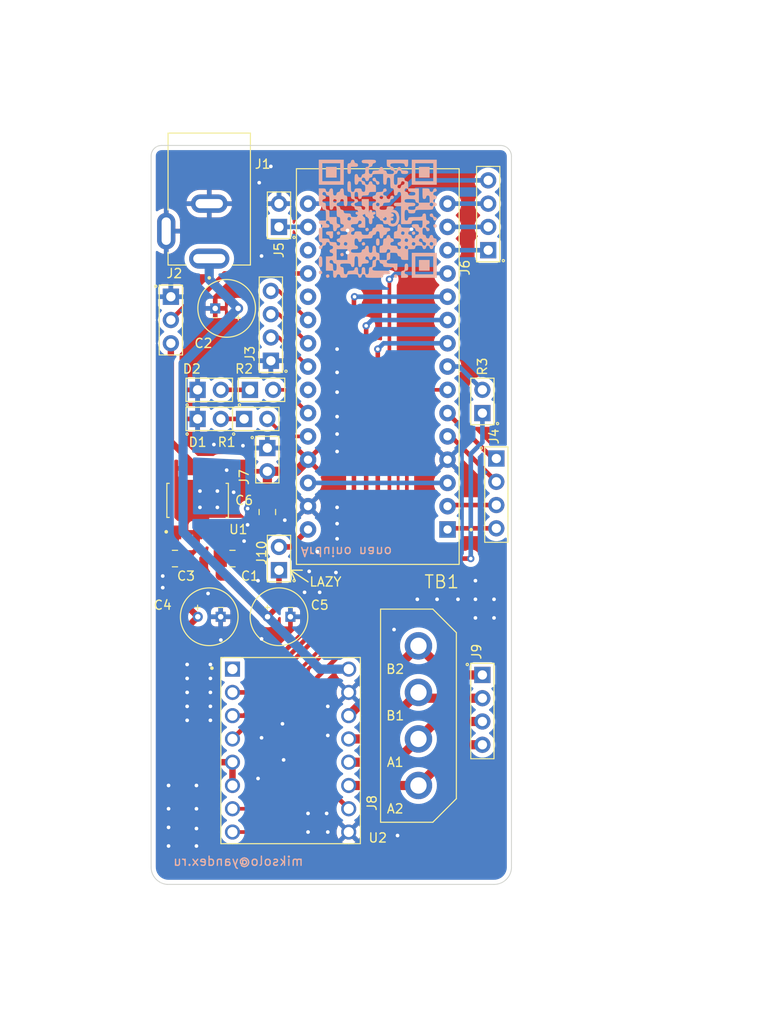
<source format=kicad_pcb>
(kicad_pcb (version 20211014) (generator pcbnew)
  (layers (0 "F.Cu" signal) (31 "B.Cu" signal) (34 "B.Paste" user) (35 "F.Paste" user) (36 "B.SilkS" user "B.Silkscreen") (37 "F.SilkS" user "F.Silkscreen") (38 "B.Mask" user) (39 "F.Mask" user) (44 "Edge.Cuts" user))
  (net 0 "")
  (net 1 "+12V")
  (net 2 "GND")
  (net 3 "+5V")
  (net 4 "Net-(D1-Pad2)")
  (net 5 "Net-(D2-Pad2)")
  (net 6 "Net-(J2-Pad2)")
  (net 7 "Net-(J3-Pad2)")
  (net 8 "Net-(J3-Pad3)")
  (net 9 "Net-(J3-Pad4)")
  (net 10 "Net-(J4-Pad1)")
  (net 11 "Net-(J4-Pad2)")
  (net 12 "Net-(J4-Pad3)")
  (net 13 "Net-(J4-Pad4)")
  (net 14 "Net-(J5-Pad1)")
  (net 15 "Net-(J6-Pad1)")
  (net 16 "Net-(J6-Pad2)")
  (net 17 "Net-(J6-Pad3)")
  (net 18 "Net-(J6-Pad4)")
  (net 19 "/B1")
  (net 20 "/A1")
  (net 21 "/A2")
  (net 22 "/B2")
  (net 23 "/LED2")
  (net 24 "/LED1")
  (net 25 "FAULT")
  (net 26 "DIR")
  (net 27 "M2")
  (net 28 "M1")
  (net 29 "M0")
  (net 30 "STEP")
  (net 35 "Net-(TB1-Pad8)")
  (net 36 "Net-(TB1-Pad30)")
  (net 37 "unconnected-(TB1-Pad28)")
  (footprint "footprints:PinHeader_1x2_Generic" (layer "F.Cu") (at 106.045 39.37 90)
    (fp_text reference "J5" (at -3.81 0 90) (layer "F.SilkS"))
    (fp_text value "PH_1x2" hide)
    (pad "1" thru_hole rect (at -1.27 0 90) (size 1.778 1.778) (drill 1.016) (layers *.Cu *.Mask) (net 14 "Net-(J5-Pad1)"))
    (pad "2" thru_hole roundrect (at 1.27 0 90) (size 1.778 1.778) (drill 1.016) (layers *.Cu *.Mask) (roundrect_rratio 0.5) (net 2 "GND"))
  )
  (footprint "footprints:1206_Passive" (layer "F.Cu") (at 100.965 76.835)
    (fp_text reference "C1" (at 1.905 1.905) (layer "F.SilkS"))
    (fp_text value "100uF" hide)
    (pad "1" smd rect (at -1.336 0) (size 1.44 1.82) (layers "F.Cu" "F.Paste" "F.Mask") (net 1 "+12V"))
    (pad "2" smd rect (at 1.336 0) (size 1.44 1.82) (layers "F.Cu" "F.Paste" "F.Mask") (net 2 "GND"))
  )
  (footprint "footprints:PinHeader_1x4" (layer "F.Cu") (at 128.905 41.91 90)
    (fp_text reference "J6" (at -3.175 -2.54 90) (layer "F.SilkS"))
    (fp_text value "PH_1x4" hide)
    (pad "1" thru_hole rect (at -1.27 0 90) (size 1.778 1.778) (drill 1.016) (layers *.Cu *.Mask) (net 15 "Net-(J6-Pad1)"))
    (pad "2" thru_hole roundrect (at 1.27 0 90) (size 1.778 1.778) (drill 1.016) (layers *.Cu *.Mask) (roundrect_rratio 0.5) (net 16 "Net-(J6-Pad2)"))
    (pad "3" thru_hole roundrect (at 3.81 0 90) (size 1.778 1.778) (drill 1.016) (layers *.Cu *.Mask) (roundrect_rratio 0.5) (net 17 "Net-(J6-Pad3)"))
    (pad "4" thru_hole roundrect (at 6.35 0 90) (size 1.778 1.778) (drill 1.016) (layers *.Cu *.Mask) (roundrect_rratio 0.5) (net 18 "Net-(J6-Pad4)"))
  )
  (footprint "footprints:PinHeader_1x2_Generic" (layer "F.Cu") (at 98.425 61.595)
    (fp_text reference "D1" (at -1.27 2.54) (layer "F.SilkS"))
    (fp_text value "LED" hide)
    (pad "1" thru_hole rect (at -1.27 0) (size 1.778 1.778) (drill 1.016) (layers *.Cu *.Mask) (net 2 "GND"))
    (pad "2" thru_hole roundrect (at 1.27 0) (size 1.778 1.778) (drill 1.016) (layers *.Cu *.Mask) (roundrect_rratio 0.5) (net 4 "Net-(D1-Pad2)"))
  )
  (footprint "footprints:IC_DRV8825_STEPPER_MOTOR_DRIVER_CARRIER" (layer "F.Cu") (at 107.315 97.79)
    (fp_text reference "U2" (at 9.525 9.525) (layer "F.SilkS"))
    (fp_text value "DRV8825_STEPPER_MOTOR_DRIVER_CARRIER")
    (pad "1" thru_hole rect (at -6.35 -8.89) (size 1.65 1.65) (drill 1.1) (layers *.Cu *.Mask))
    (pad "2" thru_hole circle (at -6.35 -6.35) (size 1.65 1.65) (drill 1.1) (layers *.Cu *.Mask) (net 29 "M0"))
    (pad "3" thru_hole circle (at -6.35 -3.81) (size 1.65 1.65) (drill 1.1) (layers *.Cu *.Mask) (net 28 "M1"))
    (pad "4" thru_hole circle (at -6.35 -1.27) (size 1.65 1.65) (drill 1.1) (layers *.Cu *.Mask) (net 27 "M2"))
    (pad "5" thru_hole circle (at -6.35 1.27) (size 1.65 1.65) (drill 1.1) (layers *.Cu *.Mask) (net 3 "+5V"))
    (pad "6" thru_hole circle (at -6.35 3.81) (size 1.65 1.65) (drill 1.1) (layers *.Cu *.Mask) (net 3 "+5V"))
    (pad "7" thru_hole circle (at -6.35 6.35) (size 1.65 1.65) (drill 1.1) (layers *.Cu *.Mask) (net 30 "STEP"))
    (pad "8" thru_hole circle (at -6.35 8.89) (size 1.65 1.65) (drill 1.1) (layers *.Cu *.Mask) (net 26 "DIR"))
    (pad "9" thru_hole circle (at 6.35 8.89) (size 1.65 1.65) (drill 1.1) (layers *.Cu *.Mask) (net 2 "GND"))
    (pad "10" thru_hole circle (at 6.35 6.35) (size 1.65 1.65) (drill 1.1) (layers *.Cu *.Mask) (net 25 "FAULT"))
    (pad "11" thru_hole circle (at 6.35 3.81) (size 1.65 1.65) (drill 1.1) (layers *.Cu *.Mask) (net 21 "/A2"))
    (pad "12" thru_hole circle (at 6.35 1.27) (size 1.65 1.65) (drill 1.1) (layers *.Cu *.Mask) (net 20 "/A1"))
    (pad "13" thru_hole circle (at 6.35 -1.27) (size 1.65 1.65) (drill 1.1) (layers *.Cu *.Mask) (net 19 "/B1"))
    (pad "14" thru_hole circle (at 6.35 -3.81) (size 1.65 1.65) (drill 1.1) (layers *.Cu *.Mask) (net 22 "/B2"))
    (pad "15" thru_hole circle (at 6.35 -6.35) (size 1.65 1.65) (drill 1.1) (layers *.Cu *.Mask) (net 2 "GND"))
    (pad "16" thru_hole circle (at 6.35 -8.89) (size 1.65 1.65) (drill 1.1) (layers *.Cu *.Mask) (net 1 "+12V"))
  )
  (footprint "footprints:1206_Passive" (layer "F.Cu") (at 104.775 71.755 -90)
    (fp_text reference "C6" (at -1.27 2.54 180) (layer "F.SilkS"))
    (fp_text value "100uF" hide)
    (pad "1" smd rect (at -1.336 0 270) (size 1.44 1.82) (layers "F.Cu" "F.Paste" "F.Mask") (net 3 "+5V"))
    (pad "2" smd rect (at 1.336 0 270) (size 1.44 1.82) (layers "F.Cu" "F.Paste" "F.Mask") (net 2 "GND"))
  )
  (footprint "footprints:MOLEX_8981_4-PIN" (layer "F.Cu") (at 121.285 93.98 90)
    (fp_text reference "J8" (at -9.525 -5.08 90) (layer "F.SilkS"))
    (fp_text value "Molex-4Pin" hide)
    (pad "1" thru_hole circle (at -7.62 0 90) (size 3 3) (drill 1.78) (layers *.Cu *.Mask) (net 21 "/A2"))
    (pad "2" thru_hole circle (at -2.54 0 90) (size 3 3) (drill 1.78) (layers *.Cu *.Mask) (net 20 "/A1"))
    (pad "3" thru_hole circle (at 2.54 0 90) (size 3 3) (drill 1.78) (layers *.Cu *.Mask) (net 19 "/B1"))
    (pad "4" thru_hole circle (at 7.62 0 90) (size 3 3) (drill 1.78) (layers *.Cu *.Mask) (net 22 "/B2"))
  )
  (footprint "footprints:PinHeader_1x2_Generic" (layer "F.Cu") (at 106.045 76.835 90)
    (fp_text reference "J10" (at 0.635 -1.905 270) (layer "F.SilkS"))
    (fp_text value "PH_1x2" hide)
    (pad "1" thru_hole rect (at -1.27 0 90) (size 1.778 1.778) (drill 1.016) (layers *.Cu *.Mask) (net 1 "+12V"))
    (pad "2" thru_hole roundrect (at 1.27 0 90) (size 1.778 1.778) (drill 1.016) (layers *.Cu *.Mask) (roundrect_rratio 0.5) (net 36 "Net-(TB1-Pad30)"))
  )
  (footprint "footprints:CAP-EL-RADIAL-6.3X12" (layer "F.Cu") (at 98.425 83.185 180)
    (fp_text reference "C4" (at 5.08 1.27) (layer "F.SilkS"))
    (fp_text value "100u_TH" hide)
    (pad "+" thru_hole circle (at 1.25 0 180) (size 1.1 1.1) (drill 0.6) (layers *.Cu *.Mask) (net 3 "+5V"))
    (pad "-" thru_hole rect (at -1.25 0 180) (size 1.1 1.1) (drill 0.6) (layers *.Cu *.Mask) (net 2 "GND"))
  )
  (footprint "footprints:SHIELD_ARDUINO_NANO" (layer "F.Cu") (at 116.84 55.88 180)
    (fp_text reference "TB1" (at -6.985 -23.495) (layer "F.SilkS") (effects (font (size 1.4 1.4))))
    (fp_text value "ARDUINO_NANO")
    (pad "1" thru_hole rect (at -7.62 -17.78 180) (size 1.8 1.8) (drill 0.9) (layers *.Cu *.Mask) (net 13 "Net-(J4-Pad4)"))
    (pad "2" thru_hole circle (at -7.62 -15.24 180) (size 1.8 1.8) (drill 0.9) (layers *.Cu *.Mask) (net 12 "Net-(J4-Pad3)"))
    (pad "3" thru_hole circle (at -7.62 -12.7 180) (size 1.8 1.8) (drill 0.9) (layers *.Cu *.Mask) (net 37 "unconnected-(TB1-Pad28)"))
    (pad "4" thru_hole circle (at -7.62 -10.16 180) (size 1.8 1.8) (drill 0.9) (layers *.Cu *.Mask) (net 2 "GND"))
    (pad "5" thru_hole circle (at -7.62 -7.62 180) (size 1.8 1.8) (drill 0.9) (layers *.Cu *.Mask) (net 11 "Net-(J4-Pad2)"))
    (pad "6" thru_hole circle (at -7.62 -5.08 180) (size 1.8 1.8) (drill 0.9) (layers *.Cu *.Mask) (net 10 "Net-(J4-Pad1)"))
    (pad "7" thru_hole circle (at -7.62 -2.54 180) (size 1.8 1.8) (drill 0.9) (layers *.Cu *.Mask) (net 26 "DIR"))
    (pad "8" thru_hole circle (at -7.62 0 180) (size 1.8 1.8) (drill 0.9) (layers *.Cu *.Mask) (net 35 "Net-(TB1-Pad8)"))
    (pad "9" thru_hole circle (at -7.62 2.54 180) (size 1.8 1.8) (drill 0.9) (layers *.Cu *.Mask) (net 27 "M2"))
    (pad "10" thru_hole circle (at -7.62 5.08 180) (size 1.8 1.8) (drill 0.9) (layers *.Cu *.Mask) (net 28 "M1"))
    (pad "11" thru_hole circle (at -7.62 7.62 180) (size 1.8 1.8) (drill 0.9) (layers *.Cu *.Mask) (net 29 "M0"))
    (pad "12" thru_hole circle (at -7.62 10.16 180) (size 1.8 1.8) (drill 0.9) (layers *.Cu *.Mask) (net 30 "STEP"))
    (pad "13" thru_hole circle (at -7.62 12.7 180) (size 1.8 1.8) (drill 0.9) (layers *.Cu *.Mask) (net 15 "Net-(J6-Pad1)"))
    (pad "14" thru_hole circle (at -7.62 15.24 180) (size 1.8 1.8) (drill 0.9) (layers *.Cu *.Mask) (net 16 "Net-(J6-Pad2)"))
    (pad "15" thru_hole circle (at -7.62 17.78 180) (size 1.8 1.8) (drill 0.9) (layers *.Cu *.Mask) (net 17 "Net-(J6-Pad3)"))
    (pad "16" thru_hole circle (at 7.62 17.78 180) (size 1.8 1.8) (drill 0.9) (layers *.Cu *.Mask) (net 18 "Net-(J6-Pad4)"))
    (pad "17" thru_hole circle (at 7.62 15.24 180) (size 1.8 1.8) (drill 0.9) (layers *.Cu *.Mask) (net 14 "Net-(J5-Pad1)"))
    (pad "18" thru_hole circle (at 7.62 12.7 180) (size 1.8 1.8) (drill 0.9) (layers *.Cu *.Mask))
    (pad "19" thru_hole circle (at 7.62 10.16 180) (size 1.8 1.8) (drill 0.9) (layers *.Cu *.Mask) (net 6 "Net-(J2-Pad2)"))
    (pad "20" thru_hole circle (at 7.62 7.62 180) (size 1.8 1.8) (drill 0.9) (layers *.Cu *.Mask))
    (pad "21" thru_hole circle (at 7.62 5.08 180) (size 1.8 1.8) (drill 0.9) (layers *.Cu *.Mask) (net 9 "Net-(J3-Pad4)"))
    (pad "22" thru_hole circle (at 7.62 2.54 180) (size 1.8 1.8) (drill 0.9) (layers *.Cu *.Mask) (net 8 "Net-(J3-Pad3)"))
    (pad "23" thru_hole circle (at 7.62 0 180) (size 1.8 1.8) (drill 0.9) (layers *.Cu *.Mask) (net 7 "Net-(J3-Pad2)"))
    (pad "24" thru_hole circle (at 7.62 -2.54 180) (size 1.8 1.8) (drill 0.9) (layers *.Cu *.Mask))
    (pad "25" thru_hole circle (at 7.62 -5.08 180) (size 1.8 1.8) (drill 0.9) (layers *.Cu *.Mask) (net 24 "/LED1"))
    (pad "26" thru_hole circle (at 7.62 -7.62 180) (size 1.8 1.8) (drill 0.9) (layers *.Cu *.Mask) (net 23 "/LED2"))
    (pad "27" thru_hole circle (at 7.62 -10.16 180) (size 1.8 1.8) (drill 0.9) (layers *.Cu *.Mask) (net 3 "+5V"))
    (pad "28" thru_hole circle (at 7.62 -12.7 180) (size 1.8 1.8) (drill 0.9) (layers *.Cu *.Mask) (net 37 "unconnected-(TB1-Pad28)"))
    (pad "29" thru_hole circle (at 7.62 -15.24 180) (size 1.8 1.8) (drill 0.9) (layers *.Cu *.Mask) (net 2 "GND"))
    (pad "30" thru_hole circle (at 7.62 -17.78 180) (size 1.8 1.8) (drill 0.9) (layers *.Cu *.Mask) (net 36 "Net-(TB1-Pad30)"))
  )
  (footprint "footprints:PinHeader_1x2_Generic" (layer "F.Cu") (at 103.505 61.595)
    (fp_text reference "R1" (at -3.175 2.54 180) (layer "F.SilkS"))
    (fp_text value "R" hide)
    (pad "1" thru_hole rect (at -1.27 0) (size 1.778 1.778) (drill 1.016) (layers *.Cu *.Mask) (net 4 "Net-(D1-Pad2)"))
    (pad "2" thru_hole roundrect (at 1.27 0) (size 1.778 1.778) (drill 1.016) (layers *.Cu *.Mask) (roundrect_rratio 0.5) (net 23 "/LED2"))
  )
  (footprint "footprints:PinHeader_1x4" (layer "F.Cu") (at 129.79225 67.18475 -90)
    (fp_text reference "J4" (at -3.68475 0.25225 90) (layer "F.SilkS"))
    (fp_text value "PH_1x4" hide)
    (pad "1" thru_hole rect (at -1.27 0 270) (size 1.778 1.778) (drill 1.016) (layers *.Cu *.Mask) (net 10 "Net-(J4-Pad1)"))
    (pad "2" thru_hole roundrect (at 1.27 0 270) (size 1.778 1.778) (drill 1.016) (layers *.Cu *.Mask) (roundrect_rratio 0.5) (net 11 "Net-(J4-Pad2)"))
    (pad "3" thru_hole roundrect (at 3.81 0 270) (size 1.778 1.778) (drill 1.016) (layers *.Cu *.Mask) (roundrect_rratio 0.5) (net 12 "Net-(J4-Pad3)"))
    (pad "4" thru_hole roundrect (at 6.35 0 270) (size 1.778 1.778) (drill 1.016) (layers *.Cu *.Mask) (roundrect_rratio 0.5) (net 13 "Net-(J4-Pad4)"))
  )
  (footprint "footprints:PinHeader_1x4" (layer "F.Cu") (at 105.15775 53.975 90)
    (fp_text reference "J3" (at -0.508 -2.286 90) (layer "F.SilkS"))
    (fp_text value "PH_1x4" hide)
    (pad "1" thru_hole rect (at -1.27 0 90) (size 1.778 1.778) (drill 1.016) (layers *.Cu *.Mask) (net 2 "GND"))
    (pad "2" thru_hole roundrect (at 1.27 0 90) (size 1.778 1.778) (drill 1.016) (layers *.Cu *.Mask) (roundrect_rratio 0.5) (net 7 "Net-(J3-Pad2)"))
    (pad "3" thru_hole roundrect (at 3.81 0 90) (size 1.778 1.778) (drill 1.016) (layers *.Cu *.Mask) (roundrect_rratio 0.5) (net 8 "Net-(J3-Pad3)"))
    (pad "4" thru_hole roundrect (at 6.35 0 90) (size 1.778 1.778) (drill 1.016) (layers *.Cu *.Mask) (roundrect_rratio 0.5) (net 9 "Net-(J3-Pad4)"))
  )
  (footprint "footprints:PinHeader_1x2_Generic" (layer "F.Cu") (at 98.425 58.42)
    (fp_text reference "D2" (at -1.905 -2.286) (layer "F.SilkS"))
    (fp_text value "LED" hide)
    (pad "1" thru_hole rect (at -1.27 0) (size 1.778 1.778) (drill 1.016) (layers *.Cu *.Mask) (net 2 "GND"))
    (pad "2" thru_hole roundrect (at 1.27 0) (size 1.778 1.778) (drill 1.016) (layers *.Cu *.Mask) (roundrect_rratio 0.5) (net 5 "Net-(D2-Pad2)"))
  )
  (footprint "footprints:1206_Passive" (layer "F.Cu") (at 94.681 76.835 180)
    (fp_text reference "C3" (at -1.204 -1.905 180) (layer "F.SilkS"))
    (fp_text value "100uF" hide)
    (pad "1" smd rect (at -1.336 0 180) (size 1.44 1.82) (layers "F.Cu" "F.Paste" "F.Mask") (net 3 "+5V"))
    (pad "2" smd rect (at 1.336 0 180) (size 1.44 1.82) (layers "F.Cu" "F.Paste" "F.Mask") (net 2 "GND"))
  )
  (footprint "footprints:CAP-EL-RADIAL-6.3X12" (layer "F.Cu") (at 100.33 49.53)
    (fp_text reference "C2" (at -2.54 3.81) (layer "F.SilkS"))
    (fp_text value "100u_TH" hide)
    (pad "+" thru_hole circle (at 1.25 0) (size 1.1 1.1) (drill 0.6) (layers *.Cu *.Mask) (net 1 "+12V"))
    (pad "-" thru_hole rect (at -1.25 0) (size 1.1 1.1) (drill 0.6) (layers *.Cu *.Mask) (net 2 "GND"))
  )
  (footprint "footprints:CAP-EL-RADIAL-6.3X12" (layer "F.Cu") (at 106.045 83.185 180)
    (fp_text reference "C5" (at -4.445 1.27) (layer "F.SilkS"))
    (fp_text value "100u_TH" hide)
    (pad "+" thru_hole circle (at 1.25 0 180) (size 1.1 1.1) (drill 0.6) (layers *.Cu *.Mask) (net 1 "+12V"))
    (pad "-" thru_hole rect (at -1.25 0 180) (size 1.1 1.1) (drill 0.6) (layers *.Cu *.Mask) (net 2 "GND"))
  )
  (footprint "footprints:PinHeader_1x4" (layer "F.Cu") (at 128.27 90.805 -90)
    (fp_text reference "J9" (at -3.81 0.635 90) (layer "F.SilkS"))
    (fp_text value "PH_1x4" hide)
    (pad "1" thru_hole rect (at -1.27 0 270) (size 1.778 1.778) (drill 1.016) (layers *.Cu *.Mask) (net 22 "/B2"))
    (pad "2" thru_hole roundrect (at 1.27 0 270) (size 1.778 1.778) (drill 1.016) (layers *.Cu *.Mask) (roundrect_rratio 0.5) (net 19 "/B1"))
    (pad "3" thru_hole roundrect (at 3.81 0 270) (size 1.778 1.778) (drill 1.016) (layers *.Cu *.Mask) (roundrect_rratio 0.5) (net 20 "/A1"))
    (pad "4" thru_hole roundrect (at 6.35 0 270) (size 1.778 1.778) (drill 1.016) (layers *.Cu *.Mask) (roundrect_rratio 0.5) (net 21 "/A2"))
  )
  (footprint "footprints:XKB_DC-005-5A-2.0" (layer "F.Cu") (at 98.425 38.1 -90)
    (fp_text reference "J1" (at -4.318 -5.842 180) (layer "F.SilkS"))
    (fp_text value "DC-005-5A-2.0")
    (pad "1" thru_hole oval (at 6 0 270) (size 2.2 4.4) (drill oval 1 3.5) (layers *.Cu *.Mask) (net 1 "+12V"))
    (pad "2" thru_hole oval (at 0 0 270) (size 2 4) (drill oval 1 3) (layers *.Cu *.Mask) (net 2 "GND"))
    (pad "3" thru_hole oval (at 3 4.7 270) (size 4 2) (drill oval 3 1) (layers *.Cu *.Mask) (net 2 "GND"))
  )
  (footprint "footprints:PinHeader_1x2_Generic" (layer "F.Cu") (at 128.27 59.69 90)
    (fp_text reference "R3" (at 3.81 0 90) (layer "F.SilkS"))
    (fp_text value "R" hide)
    (pad "1" thru_hole rect (at -1.27 0 90) (size 1.778 1.778) (drill 1.016) (layers *.Cu *.Mask) (net 25 "FAULT"))
    (pad "2" thru_hole roundrect (at 1.27 0 90) (size 1.778 1.778) (drill 1.016) (layers *.Cu *.Mask) (roundrect_rratio 0.5) (net 35 "Net-(TB1-Pad8)"))
  )
  (footprint "footprints:SOT229P700X180-4N" (layer "F.Cu") (at 97.155 70.485)
    (fp_text reference "U1" (at 4.445 3.175) (layer "F.SilkS"))
    (fp_text value "AMS1117-3.3" hide)
    (pad "1" smd rect (at -2.29 3.495) (size 1 1.5) (layers "F.Cu" "F.Paste" "F.Mask") (net 2 "GND"))
    (pad "2" smd rect (at 0 3.495) (size 1 1.5) (layers "F.Cu" "F.Paste" "F.Mask") (net 3 "+5V"))
    (pad "3" smd rect (at 2.29 3.495) (size 1 1.5) (layers "F.Cu" "F.Paste" "F.Mask") (net 1 "+12V"))
    (pad "4" smd rect (at 0 -3.495) (size 3.24 1.5) (layers "F.Cu" "F.Paste" "F.Mask") (net 3 "+5V"))
  )
  (footprint "footprints:PinHeader_1x2_Generic" (layer "F.Cu") (at 104.775 66.04 -90)
    (fp_text reference "J7" (at 1.905 2.54 90) (layer "F.SilkS"))
    (fp_text value "PH_1x2" hide)
    (pad "1" thru_hole rect (at -1.27 0 270) (size 1.778 1.778) (drill 1.016) (layers *.Cu *.Mask) (net 2 "GND"))
    (pad "2" thru_hole roundrect (at 1.27 0 270) (size 1.778 1.778) (drill 1.016) (layers *.Cu *.Mask) (roundrect_rratio 0.5) (net 3 "+5V"))
  )
  (footprint "footprints:PinHeader_1x2_Generic" (layer "F.Cu") (at 104.14 58.42)
    (fp_text reference "R2" (at -1.905 -2.286) (layer "F.SilkS"))
    (fp_text value "R" hide)
    (pad "1" thru_hole rect (at -1.27 0) (size 1.778 1.778) (drill 1.016) (layers *.Cu *.Mask) (net 5 "Net-(D2-Pad2)"))
    (pad "2" thru_hole roundrect (at 1.27 0) (size 1.778 1.778) (drill 1.016) (layers *.Cu *.Mask) (roundrect_rratio 0.5) (net 24 "/LED1"))
  )
  (footprint "footprints:PinHeader_1x3_Generic" (layer "F.Cu") (at 94.23225 49.53 -90)
    (fp_text reference "J2" (at -3.81 -0.38275 180) (layer "F.SilkS"))
    (fp_text value "PH_1x3" hide)
    (pad "1" thru_hole rect (at -1.27 0 270) (size 1.778 1.778) (drill 1.016) (layers *.Cu *.Mask) (net 2 "GND"))
    (pad "2" thru_hole roundrect (at 1.27 0 270) (size 1.778 1.778) (drill 1.016) (layers *.Cu *.Mask) (roundrect_rratio 0.5) (net 6 "Net-(J2-Pad2)"))
    (pad "3" thru_hole roundrect (at 3.81 0 270) (size 1.778 1.778) (drill 1.016) (layers *.Cu *.Mask) (roundrect_rratio 0.5) (net 3 "+5V"))
  )
  (footprint "LOGO" (layer "B.Cu") (at 116.84 39.751 180)
    (fp_text reference "G***" (at 0 0) (layer "B.SilkS") (effects (font (size 1.524 1.524) (thickness 0.3)) (justify mirror)))
    (fp_text value "LOGO" hide)
  )
  (gr_line (start 107.315 78.105) (end 108.585 78.105) (layer "F.SilkS") (width 0.15))
  (gr_line (start 107.315 78.105) (end 107.823 79.248) (layer "F.SilkS") (width 0.15))
  (gr_line (start 109.22 79.375) (end 107.315 78.105) (layer "F.SilkS") (width 0.15))
  (gr_line (start 92.075 110.502764) (end 92.075 32.893) (layer "Edge.Cuts") (width 0.1))
  (gr_line (start 131.445 32.939223) (end 131.445 110.617) (layer "Edge.Cuts") (width 0.1))
  (gr_arc (start 93.853 112.395) (mid 92.589241 111.801017) (end 92.075 110.502764) (layer "Edge.Cuts") (width 0.1))
  (gr_arc (start 92.075 32.893) (mid 92.409777 32.084777) (end 93.218 31.75) (layer "Edge.Cuts") (width 0.1))
  (gr_line (start 93.218 31.75) (end 130.302 31.75) (layer "Edge.Cuts") (width 0.1))
  (gr_arc (start 130.302 31.75) (mid 131.112922 32.114496) (end 131.445 32.939223) (layer "Edge.Cuts") (width 0.1))
  (gr_line (start 129.552764 112.395) (end 93.846759 112.395) (layer "Edge.Cuts") (width 0.1))
  (gr_arc (start 131.445 110.617) (mid 130.851017 111.880759) (end 129.552764 112.395) (layer "Edge.Cuts") (width 0.1))
  (gr_text "Mikhail Solovyanov 2022" (at 120.015 109.855) (layer "F.Cu") (effects (font (size 1 1))))
  (gr_text "Arduino nano" (at 113.411 76.073 180) (layer "B.SilkS") (effects (font (size 1 1)) (justify mirror)))
  (gr_text "miksolo@yandex.ru" (at 101.6 109.855) (layer "B.SilkS") (effects (font (size 1 1)) (justify mirror)))
  (gr_text "B2" (at 118.745 88.9) (layer "F.SilkS") (effects (font (size 1 1))))
  (gr_text "LAZY" (at 111.125 79.375) (layer "F.SilkS") (effects (font (size 1 1))))
  (gr_text "A2" (at 118.745 104.14) (layer "F.SilkS") (effects (font (size 1 1))))
  (gr_text "B1" (at 118.745 93.98) (layer "F.SilkS") (effects (font (size 1 1))))
  (gr_text "A1" (at 118.745 99.06) (layer "F.SilkS") (effects (font (size 1 1))))
  (segment (start 99.695 78.74) (end 100.35 78.74) (width 1) (layer "F.Cu") (net 1))
  (segment (start 99.629 78.674) (end 99.629 76.835) (width 1) (layer "F.Cu") (net 1))
  (segment (start 106.045 78.105) (end 106.045 81.935) (width 0.6) (layer "F.Cu") (net 1))
  (segment (start 100.35 78.74) (end 104.795 83.185) (width 1) (layer "F.Cu") (net 1))
  (segment (start 99.445 73.98) (end 99.445 76.651) (width 0.6) (layer "F.Cu") (net 1))
  (segment (start 99.629 78.674) (end 99.695 78.74) (width 1) (layer "F.Cu") (net 1))
  (segment (start 106.045 81.935) (end 104.795 83.185) (width 0.6) (layer "F.Cu") (net 1))
  (segment (start 99.445 76.651) (end 99.629 76.835) (width 0.6) (layer "F.Cu") (net 1))
  (segment (start 95.566489 55.543511) (end 101.58 49.53) (width 1) (layer "B.Cu") (net 1))
  (segment (start 110.51 88.9) (end 104.795 83.185) (width 1) (layer "B.Cu") (net 1))
  (segment (start 95.566489 73.956489) (end 95.566489 55.543511) (width 1) (layer "B.Cu") (net 1))
  (segment (start 113.665 88.9) (end 110.51 88.9) (width 1) (layer "B.Cu") (net 1))
  (segment (start 104.795 83.185) (end 95.566489 73.956489) (width 1) (layer "B.Cu") (net 1))
  (segment (start 98.425 46.375) (end 101.58 49.53) (width 1) (layer "B.Cu") (net 1))
  (segment (start 98.425 44.1) (end 98.425 46.375) (width 1) (layer "B.Cu") (net 1))
  (segment (start 93.345 80.01) (end 93.345 76.835) (width 0.5) (layer "F.Cu") (net 2))
  (via (at 98.933 64.389) (size 0.8) (drill 0.4) (layers "F.Cu" "B.Cu") (net 2))
  (via (at 106.426 94.869) (size 0.8) (drill 0.4) (layers "F.Cu" "B.Cu") (net 2))
  (via (at 109.22 104.648) (size 0.8) (drill 0.4) (layers "F.Cu" "B.Cu") (net 2))
  (via (at 96.012 89.916) (size 0.8) (drill 0.4) (layers "F.Cu" "B.Cu") (net 2))
  (via (at 112.395 63.246) (size 0.8) (drill 0.4) (layers "F.Cu" "B.Cu") (net 2))
  (via (at 104.14 96.393) (size 0.8) (drill 0.4) (layers "F.Cu" "B.Cu") (net 2))
  (via (at 97.028 104.14) (size 0.8) (drill 0.4) (layers "F.Cu" "B.Cu") (net 2))
  (via (at 99.695 85.725) (size 0.8) (drill 0.4) (layers "F.Cu" "B.Cu") (net 2))
  (via (at 112.395 53.975) (size 0.8) (drill 0.4) (layers "F.Cu" "B.Cu") (net 2))
  (via (at 112.395 71.247) (size 0.8) (drill 0.4) (layers "F.Cu" "B.Cu") (net 2))
  (via (at 110.236 76.073) (size 0.8) (drill 0.4) (layers "F.Cu" "B.Cu") (net 2))
  (via (at 98.552 89.916) (size 0.8) (drill 0.4) (layers "F.Cu" "B.Cu") (net 2))
  (via (at 93.345 80.01) (size 0.8) (drill 0.4) (layers "F.Cu" "B.Cu") (net 2))
  (via (at 127.508 79.248) (size 0.8) (drill 0.4) (layers "F.Cu" "B.Cu") (net 2))
  (via (at 109.347 78.232) (size 0.8) (drill 0.4) (layers "F.Cu" "B.Cu") (net 2))
  (via (at 123.317 81.28) (size 0.8) (drill 0.4) (layers "F.Cu" "B.Cu") (net 2))
  (via (at 104.14 85.598) (size 0.8) (drill 0.4) (layers "F.Cu" "B.Cu") (net 2))
  (via (at 112.268 78.359) (size 0.8) (drill 0.4) (layers "F.Cu" "B.Cu") (net 2))
  (via (at 111.379 92.964) (size 0.8) (drill 0.4) (layers "F.Cu" "B.Cu") (net 2))
  (via (at 93.98 104.14) (size 0.8) (drill 0.4) (layers "F.Cu" "B.Cu") (net 2))
  (via (at 102.108 64.516) (size 0.8) (drill 0.4) (layers "F.Cu" "B.Cu") (net 2))
  (via (at 96.012 92.964) (size 0.8) (drill 0.4) (layers "F.Cu" "B.Cu") (net 2))
  (via (at 98.552 94.488) (size 0.8) (drill 0.4) (layers "F.Cu" "B.Cu") (net 2))
  (via (at 98.552 88.392) (size 0.8) (drill 0.4) (layers "F.Cu" "B.Cu") (net 2))
  (via (at 112.395 56.515) (size 0.8) (drill 0.4) (layers "F.Cu" "B.Cu") (net 2))
  (via (at 102.616 71.374) (size 0.8) (drill 0.4) (layers "F.Cu" "B.Cu") (net 2))
  (via (at 112.395 58.674) (size 0.8) (drill 0.4) (layers "F.Cu" "B.Cu") (net 2))
  (via (at 118.999 107.061) (size 0.8) (drill 0.4) (layers "F.Cu" "B.Cu") (net 2))
  (via (at 110.49 80.518) (size 0.8) (drill 0.4) (layers "F.Cu" "B.Cu") (net 2))
  (via (at 105.156 34.036) (size 0.8) (drill 0.4) (layers "F.Cu" "B.Cu") (net 2))
  (via (at 93.345 78.74) (size 0.8) (drill 0.4) (layers "F.Cu" "B.Cu") (net 2))
  (via (at 102.235 74.93) (size 0.8) (drill 0.4) (layers "F.Cu" "B.Cu") (net 2))
  (via (at 96.012 88.392) (size 0.8) (drill 0.4) (layers "F.Cu" "B.Cu") (net 2))
  (via (at 96.012 91.44) (size 0.8) (drill 0.4) (layers "F.Cu" "B.Cu") (net 2))
  (via (at 113.538 41.021) (size 0.8) (drill 0.4) (layers "F.Cu" "B.Cu") (net 2))
  (via (at 106.553 98.806) (size 0.8) (drill 0.4) (layers "F.Cu" "B.Cu") (net 2))
  (via (at 108.839 80.518) (size 0.8) (drill 0.4) (layers "F.Cu" "B.Cu") (net 2))
  (via (at 111.379 96.139) (size 0.8) (drill 0.4) (layers "F.Cu" "B.Cu") (net 2))
  (via (at 113.538 43.434) (size 0.8) (drill 0.4) (layers "F.Cu" "B.Cu") (net 2))
  (via (at 118.618 84.582) (size 0.8) (drill 0.4) (layers "F.Cu" "B.Cu") (net 2))
  (via (at 98.298 80.645) (size 0.8) (drill 0.4) (layers "F.Cu" "B.Cu") (net 2))
  (via (at 97.028 101.6) (size 0.8) (drill 0.4) (layers "F.Cu" "B.Cu") (net 2))
  (via (at 111.252 104.648) (size 0.8) (drill 0.4) (layers "F.Cu" "B.Cu") (net 2))
  (via (at 112.395 73.025) (size 0.8) (drill 0.4) (layers "F.Cu" "B.Cu") (net 2))
  (via (at 97.028 106.299) (size 0.8) (drill 0.4) (layers "F.Cu" "B.Cu") (net 2))
  (via (at 109.22 106.68) (size 0.8) (drill 0.4) (layers "F.Cu" "B.Cu") (net 2))
  (via (at 121.158 81.28) (size 0.8) (drill 0.4) (layers "F.Cu" "B.Cu") (net 2))
  (via (at 103.759 100.838) (size 0.8) (drill 0.4) (layers "F.Cu" "B.Cu") (net 2))
  (via (at 129.54 83.312) (size 0.8) (drill 0.4) (layers "F.Cu" "B.Cu") (net 2))
  (via (at 129.54 81.28) (size 0.8) (drill 0.4) (layers "F.Cu" "B.Cu") (net 2))
  (via (at 127.508 83.312) (size 0.8) (drill 0.4) (layers "F.Cu" "B.Cu") (net 2))
  (via (at 93.98 108.204) (size 0.8) (drill 0.4) (layers "F.Cu" "B.Cu") (net 2))
  (via (at 103.886 35.814) (size 0.8) (drill 0.4) (layers "F.Cu" "B.Cu") (net 2))
  (via (at 112.395 61.341) (size 0.8) (drill 0.4) (layers "F.Cu" "B.Cu") (net 2))
  (via (at 127.508 81.28) (size 0.8) (drill 0.4) (layers "F.Cu" "B.Cu") (net 2))
  (via (at 97.028 108.204) (size 0.8) (drill 0.4) (layers "F.Cu" "B.Cu") (net 2))
  (via (at 93.98 106.172) (size 0.8) (drill 0.4) (layers "F.Cu" "B.Cu") (net 2))
  (via (at 98.552 91.44) (size 0.8) (drill 0.4) (layers "F.Cu" "B.Cu") (net 2))
  (via (at 125.603 81.28) (size 0.8) (drill 0.4) (layers "F.Cu" "B.Cu") (net 2))
  (via (at 111.379 106.68) (size 0.8) (drill 0.4) (layers "F.Cu" "B.Cu") (net 2))
  (via (at 112.395 74.676) (size 0.8) (drill 0.4) (layers "F.Cu" "B.Cu") (net 2))
  (via (at 112.395 65.151) (size 0.8) (drill 0.4) (layers "F.Cu" "B.Cu") (net 2))
  (via (at 106.68 72.644) (size 0.8) (drill 0.4) (layers "F.Cu" "B.Cu") (net 2))
  (via (at 93.98 101.6) (size 0.8) (drill 0.4) (layers "F.Cu" "B.Cu") (net 2))
  (via (at 120.523 40.894) (size 0.8) (drill 0.4) (layers "F.Cu" "B.Cu") (net 2))
  (via (at 103.759 79.248) (size 0.8) (drill 0.4) (layers "F.Cu" "B.Cu") (net 2))
  (via (at 102.616 73.152) (size 0.8) (drill 0.4) (layers "F.Cu" "B.Cu") (net 2))
  (via (at 96.012 94.488) (size 0.8) (drill 0.4) (layers "F.Cu" "B.Cu") (net 2))
  (via (at 104.14 43.815) (size 0.8) (drill 0.4) (layers "F.Cu" "B.Cu") (net 2))
  (via (at 98.552 92.964) (size 0.8) (drill 0.4) (layers "F.Cu" "B.Cu") (net 2))
  (segment (start 100.965 99.06) (end 100.965 101.6) (width 0.7) (layer "F.Cu") (net 3))
  (segment (start 109.22 66.04) (end 107.95 67.31) (width 1) (layer "F.Cu") (net 3))
  (segment (start 107.95 67.31) (end 104.775 67.31) (width 1) (layer "F.Cu") (net 3))
  (segment (start 97.155 75.697) (end 96.017 76.835) (width 0.5) (layer "F.Cu") (net 3))
  (segment (start 94.23225 53.34) (end 94.23225 64.06725) (width 0.7) (layer "F.Cu") (net 3))
  (segment (start 93.98 96.52) (end 93.98 86.38) (width 0.7) (layer "F.Cu") (net 3))
  (segment (start 96.017 76.835) (end 96.017 82.027) (width 0.7) (layer "F.Cu") (net 3))
  (segment (start 97.155 73.98) (end 97.155 75.697) (width 0.5) (layer "F.Cu") (net 3))
  (segment (start 94.23225 64.06725) (end 97.155 66.99) (width 0.7) (layer "F.Cu") (net 3))
  (segment (start 100.965 99.06) (end 96.52 99.06) (width 0.7) (layer "F.Cu") (net 3))
  (segment (start 96.017 82.027) (end 97.175 83.185) (width 0.7) (layer "F.Cu") (net 3))
  (segment (start 104.775 70.419) (end 104.775 67.31) (width 1) (layer "F.Cu") (net 3))
  (segment (start 96.52 99.06) (end 93.98 96.52) (width 0.7) (layer "F.Cu") (net 3))
  (segment (start 93.98 86.38) (end 97.175 83.185) (width 0.7) (layer "F.Cu") (net 3))
  (via (at 99.314 71.247) (size 0.8) (drill 0.4) (layers "F.Cu" "B.Cu") (net 3))
  (via (at 100.33 67.183) (size 0.8) (drill 0.4) (layers "F.Cu" "B.Cu") (net 3))
  (via (at 101.092 69.596) (size 0.8) (drill 0.4) (layers "F.Cu" "B.Cu") (net 3))
  (via (at 99.314 69.469) (size 0.8) (drill 0.4) (layers "F.Cu" "B.Cu") (net 3))
  (via (at 97.409 69.469) (size 0.8) (drill 0.4) (layers "F.Cu" "B.Cu") (net 3))
  (via (at 97.409 71.247) (size 0.8) (drill 0.4) (layers "F.Cu" "B.Cu") (net 3))
  (segment (start 102.235 61.595) (end 99.695 61.595) (width 0.5) (layer "F.Cu") (net 4))
  (segment (start 102.87 58.42) (end 99.695 58.42) (width 0.5) (layer "F.Cu") (net 5))
  (segment (start 100.096352 45.72) (end 109.22 45.72) (width 0.5) (layer "F.Cu") (net 6))
  (segment (start 97.939102 47.87725) (end 100.096352 45.72) (width 0.5) (layer "F.Cu") (net 6))
  (segment (start 97.155 47.87725) (end 97.939102 47.87725) (width 0.5) (layer "F.Cu") (net 6))
  (segment (start 94.23225 50.8) (end 97.155 47.87725) (width 0.5) (layer "F.Cu") (net 6))
  (segment (start 109.22 55.88) (end 106.045 52.705) (width 0.4) (layer "F.Cu") (net 7))
  (segment (start 106.045 52.705) (end 105.15775 52.705) (width 0.4) (layer "F.Cu") (net 7))
  (segment (start 106.045 50.165) (end 105.15775 50.165) (width 0.4) (layer "F.Cu") (net 8))
  (segment (start 109.22 53.34) (end 106.045 50.165) (width 0.4) (layer "F.Cu") (net 8))
  (segment (start 109.22 50.8) (end 106.045 47.625) (width 0.4) (layer "F.Cu") (net 9))
  (segment (start 106.045 47.625) (end 105.15775 47.625) (width 0.4) (layer "F.Cu") (net 9))
  (segment (start 129.79225 65.91475) (end 129.41475 65.91475) (width 0.5) (layer "F.Cu") (net 10))
  (segment (start 129.41475 65.91475) (end 124.46 60.96) (width 0.5) (layer "F.Cu") (net 10))
  (segment (start 129.79225 68.45475) (end 124.8375 63.5) (width 0.5) (layer "F.Cu") (net 11))
  (segment (start 124.8375 63.5) (end 124.46 63.5) (width 0.5) (layer "F.Cu") (net 11))
  (segment (start 124.58525 70.99475) (end 124.46 71.12) (width 0.5) (layer "F.Cu") (net 12))
  (segment (start 129.79225 70.99475) (end 124.58525 70.99475) (width 0.5) (layer "F.Cu") (net 12))
  (segment (start 129.79225 73.53475) (end 124.58525 73.53475) (width 0.5) (layer "F.Cu") (net 13))
  (segment (start 124.58525 73.53475) (end 124.46 73.66) (width 0.5) (layer "F.Cu") (net 13))
  (segment (start 106.045 40.64) (end 109.22 40.64) (width 0.5) (layer "B.Cu") (net 14))
  (segment (start 128.905 43.18) (end 124.46 43.18) (width 0.5) (layer "B.Cu") (net 15))
  (segment (start 128.905 40.64) (end 124.46 40.64) (width 0.5) (layer "B.Cu") (net 16))
  (segment (start 128.905 38.1) (end 124.46 38.1) (width 0.5) (layer "B.Cu") (net 17))
  (segment (start 118.11 38.1) (end 120.65 35.56) (width 0.5) (layer "B.Cu") (net 18))
  (segment (start 109.22 38.1) (end 118.11 38.1) (width 0.5) (layer "B.Cu") (net 18))
  (segment (start 120.65 35.56) (end 128.905 35.56) (width 0.5) (layer "B.Cu") (net 18))
  (segment (start 113.665 96.52) (end 116.205 96.52) (width 1) (layer "F.Cu") (net 19))
  (segment (start 121.92 92.075) (end 121.285 91.44) (width 1) (layer "F.Cu") (net 19))
  (segment (start 128.27 92.075) (end 121.92 92.075) (width 1) (layer "F.Cu") (net 19))
  (segment (start 116.205 96.52) (end 121.285 91.44) (width 1) (layer "F.Cu") (net 19))
  (segment (start 128.27 94.615) (end 123.19 94.615) (width 1) (layer "F.Cu") (net 20))
  (segment (start 113.665 99.06) (end 118.745 99.06) (width 1) (layer "F.Cu") (net 20))
  (segment (start 123.19 94.615) (end 121.285 96.52) (width 1) (layer "F.Cu") (net 20))
  (segment (start 118.745 99.06) (end 121.285 96.52) (width 1) (layer "F.Cu") (net 20))
  (segment (start 113.665 101.6) (end 121.285 101.6) (width 1) (layer "F.Cu") (net 21))
  (segment (start 125.73 97.155) (end 121.285 101.6) (width 1) (layer "F.Cu") (net 21))
  (segment (start 128.27 97.155) (end 125.73 97.155) (width 1) (layer "F.Cu") (net 21))
  (segment (start 113.665 93.98) (end 121.285 86.36) (width 1) (layer "F.Cu") (net 22))
  (segment (start 124.46 89.535) (end 121.285 86.36) (width 1) (layer "F.Cu") (net 22))
  (segment (start 128.27 89.535) (end 124.46 89.535) (width 1) (layer "F.Cu") (net 22))
  (segment (start 109.22 63.5) (end 106.68 63.5) (width 0.4) (layer "F.Cu") (net 23))
  (segment (start 106.68 63.5) (end 104.775 61.595) (width 0.4) (layer "F.Cu") (net 23))
  (segment (start 106.68 58.42) (end 105.41 58.42) (width 0.4) (layer "F.Cu") (net 24))
  (segment (start 109.22 60.96) (end 106.68 58.42) (width 0.4) (layer "F.Cu") (net 24))
  (segment (start 113.665 104.14) (end 109.86952 100.34452) (width 0.5) (layer "F.Cu") (net 25))
  (segment (start 123.19 76.835) (end 127 76.835) (width 0.5) (layer "F.Cu") (net 25))
  (segment (start 109.86952 100.34452) (end 109.86952 90.15548) (width 0.5) (layer "F.Cu") (net 25))
  (segment (start 120.664519 79.360481) (end 123.19 76.835) (width 0.5) (layer "F.Cu") (net 25))
  (segment (start 109.86952 90.15548) (end 120.664519 79.360481) (width 0.5) (layer "F.Cu") (net 25))
  (via (at 127 76.835) (size 0.8) (drill 0.4) (layers "F.Cu" "B.Cu") (net 25))
  (segment (start 127 76.835) (end 127 65.405) (width 0.5) (layer "B.Cu") (net 25))
  (segment (start 128.27 64.135) (end 128.27 60.96) (width 0.5) (layer "B.Cu") (net 25))
  (segment (start 127 65.405) (end 128.27 64.135) (width 0.5) (layer "B.Cu") (net 25))
  (segment (start 120.015 59.69) (end 121.285 58.42) (width 0.4) (layer "F.Cu") (net 26))
  (segment (start 120.015 78.105) (end 120.015 59.69) (width 0.4) (layer "F.Cu") (net 26))
  (segment (start 109.22 88.9) (end 120.015 78.105) (width 0.4) (layer "F.Cu") (net 26))
  (segment (start 100.965 106.68) (end 104.775 106.68) (width 0.4) (layer "F.Cu") (net 26))
  (segment (start 121.285 58.42) (end 124.46 58.42) (width 0.4) (layer "F.Cu") (net 26))
  (segment (start 109.22 102.235) (end 109.22 88.9) (width 0.4) (layer "F.Cu") (net 26))
  (segment (start 104.775 106.68) (end 109.22 102.235) (width 0.4) (layer "F.Cu") (net 26))
  (segment (start 100.965 96.52) (end 102.235 95.25) (width 0.5) (layer "F.Cu") (net 27))
  (segment (start 106.68 88.9) (end 116.84 78.74) (width 0.5) (layer "F.Cu") (net 27))
  (segment (start 106.68 89.535) (end 106.68 88.9) (width 0.5) (layer "F.Cu") (net 27))
  (segment (start 102.235 95.25) (end 104.775 92.71) (width 0.5) (layer "F.Cu") (net 27))
  (segment (start 106.68 90.805) (end 106.68 89.535) (width 0.5) (layer "F.Cu") (net 27))
  (segment (start 104.775 92.71) (end 106.68 90.805) (width 0.5) (layer "F.Cu") (net 27))
  (segment (start 116.84 78.74) (end 116.84 53.975) (width 0.5) (layer "F.Cu") (net 27))
  (via (at 116.84 53.975) (size 0.8) (drill 0.4) (layers "F.Cu" "B.Cu") (net 27))
  (segment (start 116.84 53.975) (end 117.475 53.34) (width 0.5) (layer "B.Cu") (net 27))
  (segment (start 117.475 53.34) (end 124.46 53.34) (width 0.5) (layer "B.Cu") (net 27))
  (segment (start 105.98048 88.61025) (end 105.98048 90.23452) (width 0.5) (layer "F.Cu") (net 28))
  (segment (start 102.235 93.98) (end 100.965 93.98) (width 0.5) (layer "F.Cu") (net 28))
  (segment (start 114.935 79.65573) (end 105.98048 88.61025) (width 0.5) (layer "F.Cu") (net 28))
  (segment (start 105.98048 90.23452) (end 102.235 93.98) (width 0.5) (layer "F.Cu") (net 28))
  (segment (start 114.935 78.74) (end 114.935 79.65573) (width 0.5) (layer "F.Cu") (net 28))
  (segment (start 115.57 51.435) (end 115.57 78.105) (width 0.5) (layer "F.Cu") (net 28))
  (segment (start 115.57 78.105) (end 114.935 78.74) (width 0.5) (layer "F.Cu") (net 28))
  (via (at 115.57 51.435) (size 0.8) (drill 0.4) (layers "F.Cu" "B.Cu") (net 28))
  (segment (start 115.57 51.435) (end 116.205 50.8) (width 0.5) (layer "B.Cu") (net 28))
  (segment (start 116.205 50.8) (end 124.46 50.8) (width 0.5) (layer "B.Cu") (net 28))
  (segment (start 103.37596 91.44) (end 103.37596 90.2255) (width 0.5) (layer "F.Cu") (net 29))
  (segment (start 114.23548 79.36598) (end 114.23548 48.32452) (width 0.5) (layer "F.Cu") (net 29))
  (segment (start 103.37596 90.2255) (end 114.23548 79.36598) (width 0.5) (layer "F.Cu") (net 29))
  (segment (start 100.965 91.44) (end 103.37596 91.44) (width 0.5) (layer "F.Cu") (net 29))
  (segment (start 114.23548 48.32452) (end 114.3 48.26) (width 0.5) (layer "F.Cu") (net 29))
  (via (at 114.3 48.26) (size 0.8) (drill 0.4) (layers "F.Cu" "B.Cu") (net 29))
  (segment (start 114.3 48.26) (end 124.46 48.26) (width 0.5) (layer "B.Cu") (net 29))
  (segment (start 108.585 88.68715) (end 108.585 100.965) (width 0.4) (layer "F.Cu") (net 30))
  (segment (start 108.585 100.965) (end 105.41 104.14) (width 0.4) (layer "F.Cu") (net 30))
  (segment (start 118.11 46.355) (end 118.11 79.16215) (width 0.4) (layer "F.Cu") (net 30))
  (segment (start 118.11 79.16215) (end 108.585 88.68715) (width 0.4) (layer "F.Cu") (net 30))
  (segment (start 105.41 104.14) (end 100.965 104.14) (width 0.4) (layer "F.Cu") (net 30))
  (via (at 118.11 46.355) (size 0.8) (drill 0.4) (layers "F.Cu" "B.Cu") (net 30))
  (segment (start 118.11 46.355) (end 118.745 45.72) (width 0.4) (layer "B.Cu") (net 30))
  (segment (start 118.745 45.72) (end 124.46 45.72) (width 0.4) (layer "B.Cu") (net 30))
  (segment (start 124.46 55.88) (end 125.73 55.88) (width 0.5) (layer "B.Cu") (net 35))
  (segment (start 125.73 55.88) (end 128.27 58.42) (width 0.5) (layer "B.Cu") (net 35))
  (segment (start 106.045 75.565) (end 107.315 75.565) (width 0.6) (layer "F.Cu") (net 36))
  (segment (start 107.315 75.565) (end 109.22 73.66) (width 0.6) (layer "F.Cu") (net 36))
  (segment (start 109.22 68.58) (end 124.46 68.58) (width 0.5) (layer "B.Cu") (net 37))
  (zone (net 2) (net_name "GND") (layer "F.Cu") (priority 1) (connect_pads (clearance 0.6)) (min_thickness 0.254) (fill yes (thermal_gap 0.508) (thermal_bridge_width 0.508))
    (polygon (pts (xy 138.43 117.475) (xy 81.915 118.745) (xy 83.185 22.225) (xy 142.24 19.05)))
  )
  (zone (net 3) (net_name "+5V") (layer "F.Cu") (priority 5) (connect_pads (clearance 0.508)) (min_thickness 0.254) (fill yes (thermal_gap 0.508) (thermal_bridge_width 0.508))
    (polygon (pts (xy 110.49 67.31) (xy 107.95 67.31) (xy 106.68 68.58) (xy 106.68 71.12) (xy 103.505 71.12) (xy 102.235 72.39) (xy 98.425 72.39) (xy 98.425 74.93) (xy 95.885 74.93) (xy 95.885 73.66) (xy 94.615 72.39) (xy 94.615 66.04) (xy 106.68 66.04) (xy 107.95 64.77) (xy 110.49 64.77)))
  )
  (zone (net 2) (net_name "GND") (layer "B.Cu") (priority 1) (connect_pads (clearance 0.508)) (min_thickness 0.254) (fill yes (thermal_gap 0.508) (thermal_bridge_width 0.508))
    (polygon (pts (xy 160.02 127.635) (xy 75.565 127) (xy 76.2 17.78) (xy 151.13 15.875)))
  )
  (zone (net 3) (net_name "+5V") (layer "B.Cu") (priority 9) (connect_pads (clearance 0.508)) (min_thickness 0.254) (fill yes (thermal_gap 0.508) (thermal_bridge_width 0.508))
    (polygon (pts (xy 101.854 66.04) (xy 101.854 72.009) (xy 96.647 72.009) (xy 96.647 65.786)))
  )
)
</source>
